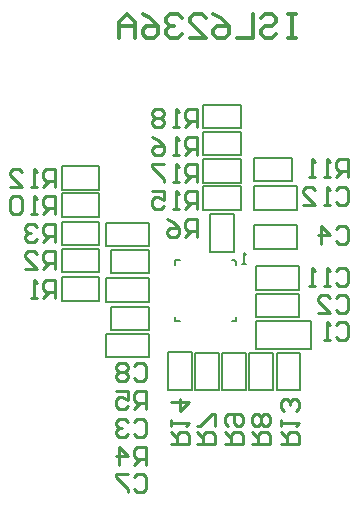
<source format=gbo>
G04*
G04 #@! TF.GenerationSoftware,Altium Limited,Altium Designer,21.9.1 (22)*
G04*
G04 Layer_Color=32896*
%FSLAX44Y44*%
%MOMM*%
G71*
G04*
G04 #@! TF.SameCoordinates,2345FEB6-A16B-4DA5-A685-52EC4FAC100B*
G04*
G04*
G04 #@! TF.FilePolarity,Positive*
G04*
G01*
G75*
%ADD10C,0.2000*%
%ADD11C,0.2540*%
%ADD47C,0.3500*%
D10*
X276000Y223500D02*
Y227500D01*
X272000Y223500D02*
X276000D01*
X224000D02*
X228000D01*
X224000D02*
Y227500D01*
Y271500D02*
Y275500D01*
X228000D01*
X272000D02*
X274000D01*
X276000Y273500D01*
Y271500D02*
Y273500D01*
X238000Y165500D02*
Y197500D01*
X218000Y165500D02*
X238000D01*
X218000D02*
Y197500D01*
X238000D01*
X241000Y165000D02*
Y197000D01*
X261000D01*
Y165000D02*
Y197000D01*
X241000Y165000D02*
X261000D01*
X284000D02*
Y197000D01*
X264000Y165000D02*
X284000D01*
X264000D02*
Y197000D01*
X284000D01*
X287000Y165000D02*
Y197000D01*
X307000D01*
Y165000D02*
Y197000D01*
X287000Y165000D02*
X307000D01*
X330000D02*
Y197000D01*
X310000Y165000D02*
X330000D01*
X310000D02*
Y197000D01*
X330000D01*
X293000Y224000D02*
X339000D01*
Y200000D02*
Y224000D01*
X293000Y200000D02*
Y224000D01*
Y200000D02*
X339000D01*
X329000Y227000D02*
Y247000D01*
X293000D02*
X329000D01*
X293000Y227000D02*
X329000D01*
X293000D02*
Y247000D01*
Y250000D02*
Y270000D01*
Y250000D02*
X329000D01*
X293000Y270000D02*
X329000D01*
Y250000D02*
Y270000D01*
X327000Y285000D02*
Y305000D01*
X291000D02*
X327000D01*
X291000Y285000D02*
X327000D01*
X291000D02*
Y305000D01*
Y318000D02*
Y338000D01*
Y318000D02*
X327000D01*
X291000Y338000D02*
X327000D01*
Y318000D02*
Y338000D01*
X291000Y342000D02*
X323000D01*
X291000D02*
Y362000D01*
X323000D01*
Y342000D02*
Y362000D01*
X254000Y282500D02*
Y314500D01*
X274000D01*
Y282500D02*
Y314500D01*
X254000Y282500D02*
X274000D01*
X248000Y338000D02*
X280000D01*
Y318000D02*
Y338000D01*
X248000Y318000D02*
X280000D01*
X248000D02*
Y338000D01*
Y361000D02*
X280000D01*
Y341000D02*
Y361000D01*
X248000Y341000D02*
X280000D01*
X248000D02*
Y361000D01*
Y384000D02*
X280000D01*
Y364000D02*
Y384000D01*
X248000Y364000D02*
X280000D01*
X248000D02*
Y384000D01*
Y387000D02*
X280000D01*
X248000D02*
Y407000D01*
X280000D01*
Y387000D02*
Y407000D01*
X202000Y193000D02*
Y213000D01*
X166000D02*
X202000D01*
X166000Y193000D02*
X202000D01*
X166000D02*
Y213000D01*
X170000Y216000D02*
Y236000D01*
Y216000D02*
X202000D01*
Y236000D01*
X170000D02*
X202000D01*
X166000Y240000D02*
Y260000D01*
Y240000D02*
X202000D01*
X166000Y260000D02*
X202000D01*
Y240000D02*
Y260000D01*
X170000Y264000D02*
X202000D01*
X170000D02*
Y284000D01*
X202000D01*
Y264000D02*
Y284000D01*
X166000Y287000D02*
Y307000D01*
Y287000D02*
X202000D01*
X166000Y307000D02*
X202000D01*
Y287000D02*
Y307000D01*
X128000Y241000D02*
X160000D01*
X128000D02*
Y261000D01*
X160000D01*
Y241000D02*
Y261000D01*
X128000Y285000D02*
X160000D01*
Y265000D02*
Y285000D01*
X128000Y265000D02*
X160000D01*
X128000D02*
Y285000D01*
Y288000D02*
X160000D01*
X128000D02*
Y308000D01*
X160000D01*
Y288000D02*
Y308000D01*
X128000Y312000D02*
X160000D01*
X128000D02*
Y332000D01*
X160000D01*
Y312000D02*
Y332000D01*
X128000Y335000D02*
X160000D01*
X128000D02*
Y355000D01*
X160000D01*
Y335000D02*
Y355000D01*
X284000Y272000D02*
X281001D01*
X282500D01*
Y280997D01*
X284000Y279498D01*
D11*
X220382Y119956D02*
X235618D01*
Y127574D01*
X233078Y130113D01*
X228000D01*
X225461Y127574D01*
Y119956D01*
Y125035D02*
X220382Y130113D01*
Y135191D02*
Y140270D01*
Y137730D01*
X235618D01*
X233078Y135191D01*
X220382Y155505D02*
X235618D01*
X228000Y147887D01*
Y158044D01*
X242383Y119956D02*
X257617D01*
Y127574D01*
X255078Y130113D01*
X250000D01*
X247461Y127574D01*
Y119956D01*
Y125035D02*
X242383Y130113D01*
X257617Y135191D02*
Y145348D01*
X255078D01*
X244922Y135191D01*
X242383D01*
X266383Y119956D02*
X281618D01*
Y127574D01*
X279078Y130113D01*
X274000D01*
X271461Y127574D01*
Y119956D01*
Y125035D02*
X266383Y130113D01*
X268922Y135191D02*
X266383Y137730D01*
Y142809D01*
X268922Y145348D01*
X279078D01*
X281618Y142809D01*
Y137730D01*
X279078Y135191D01*
X276539D01*
X274000Y137730D01*
Y145348D01*
X289382Y119956D02*
X304618D01*
Y127574D01*
X302078Y130113D01*
X297000D01*
X294461Y127574D01*
Y119956D01*
Y125035D02*
X289382Y130113D01*
X302078Y135191D02*
X304618Y137730D01*
Y142809D01*
X302078Y145348D01*
X299539D01*
X297000Y142809D01*
X294461Y145348D01*
X291922D01*
X289382Y142809D01*
Y137730D01*
X291922Y135191D01*
X294461D01*
X297000Y137730D01*
X299539Y135191D01*
X302078D01*
X297000Y137730D02*
Y142809D01*
X313382Y119956D02*
X328618D01*
Y127574D01*
X326078Y130113D01*
X321000D01*
X318461Y127574D01*
Y119956D01*
Y125035D02*
X313382Y130113D01*
Y135191D02*
Y140270D01*
Y137730D01*
X328618D01*
X326078Y135191D01*
Y147887D02*
X328618Y150426D01*
Y155505D01*
X326078Y158044D01*
X323539D01*
X321000Y155505D01*
Y152965D01*
Y155505D01*
X318461Y158044D01*
X315922D01*
X313382Y155505D01*
Y150426D01*
X315922Y147887D01*
X360343Y220232D02*
X362882Y222771D01*
X367961D01*
X370500Y220232D01*
Y210075D01*
X367961Y207536D01*
X362882D01*
X360343Y210075D01*
X355265Y207536D02*
X350187D01*
X352726D01*
Y222771D01*
X355265Y220232D01*
X360343Y243346D02*
X362882Y245885D01*
X367961D01*
X370500Y243346D01*
Y233189D01*
X367961Y230650D01*
X362882D01*
X360343Y233189D01*
X345108Y230650D02*
X355265D01*
X345108Y240807D01*
Y243346D01*
X347647Y245885D01*
X352726D01*
X355265Y243346D01*
X360343Y266206D02*
X362882Y268745D01*
X367961D01*
X370500Y266206D01*
Y256049D01*
X367961Y253510D01*
X362882D01*
X360343Y256049D01*
X355265Y253510D02*
X350187D01*
X352726D01*
Y268745D01*
X355265Y266206D01*
X342569Y253510D02*
X337491D01*
X340030D01*
Y268745D01*
X342569Y266206D01*
X360343Y301258D02*
X362882Y303797D01*
X367961D01*
X370500Y301258D01*
Y291101D01*
X367961Y288562D01*
X362882D01*
X360343Y291101D01*
X347647Y288562D02*
Y303797D01*
X355265Y296180D01*
X345108D01*
X360343Y334278D02*
X362882Y336817D01*
X367961D01*
X370500Y334278D01*
Y324121D01*
X367961Y321582D01*
X362882D01*
X360343Y324121D01*
X355265Y321582D02*
X350187D01*
X352726D01*
Y336817D01*
X355265Y334278D01*
X332412Y321582D02*
X342569D01*
X332412Y331739D01*
Y334278D01*
X334952Y336817D01*
X340030D01*
X342569Y334278D01*
X370500Y345712D02*
Y360947D01*
X362882D01*
X360343Y358408D01*
Y353330D01*
X362882Y350790D01*
X370500D01*
X365422D02*
X360343Y345712D01*
X355265D02*
X350187D01*
X352726D01*
Y360947D01*
X355265Y358408D01*
X342569Y345712D02*
X337491D01*
X340030D01*
Y360947D01*
X342569Y358408D01*
X242572Y295214D02*
Y310449D01*
X234954D01*
X232415Y307910D01*
Y302831D01*
X234954Y300292D01*
X242572D01*
X237494D02*
X232415Y295214D01*
X217180Y310449D02*
X222259Y307910D01*
X227337Y302831D01*
Y297753D01*
X224798Y295214D01*
X219719D01*
X217180Y297753D01*
Y300292D01*
X219719Y302831D01*
X227337D01*
X242572Y318582D02*
Y333817D01*
X234954D01*
X232415Y331278D01*
Y326199D01*
X234954Y323660D01*
X242572D01*
X237494D02*
X232415Y318582D01*
X227337D02*
X222259D01*
X224798D01*
Y333817D01*
X227337Y331278D01*
X204484Y333817D02*
X214641D01*
Y326199D01*
X209563Y328739D01*
X207024D01*
X204484Y326199D01*
Y321121D01*
X207024Y318582D01*
X212102D01*
X214641Y321121D01*
X242572Y341696D02*
Y356931D01*
X234954D01*
X232415Y354392D01*
Y349314D01*
X234954Y346774D01*
X242572D01*
X237494D02*
X232415Y341696D01*
X227337D02*
X222259D01*
X224798D01*
Y356931D01*
X227337Y354392D01*
X214641Y356931D02*
X204484D01*
Y354392D01*
X214641Y344235D01*
Y341696D01*
X242572Y364556D02*
Y379791D01*
X234954D01*
X232415Y377252D01*
Y372174D01*
X234954Y369634D01*
X242572D01*
X237494D02*
X232415Y364556D01*
X227337D02*
X222259D01*
X224798D01*
Y379791D01*
X227337Y377252D01*
X204484Y379791D02*
X209563Y377252D01*
X214641Y372174D01*
Y367095D01*
X212102Y364556D01*
X207024D01*
X204484Y367095D01*
Y369634D01*
X207024Y372174D01*
X214641D01*
X242572Y387670D02*
Y402905D01*
X234954D01*
X232415Y400366D01*
Y395288D01*
X234954Y392748D01*
X242572D01*
X237494D02*
X232415Y387670D01*
X227337D02*
X222259D01*
X224798D01*
Y402905D01*
X227337Y400366D01*
X214641D02*
X212102Y402905D01*
X207024D01*
X204484Y400366D01*
Y397827D01*
X207024Y395288D01*
X204484Y392748D01*
Y390209D01*
X207024Y387670D01*
X212102D01*
X214641Y390209D01*
Y392748D01*
X212102Y395288D01*
X214641Y397827D01*
Y400366D01*
X212102Y395288D02*
X207024D01*
X189183Y91310D02*
X191723Y93849D01*
X196801D01*
X199340Y91310D01*
Y81153D01*
X196801Y78614D01*
X191723D01*
X189183Y81153D01*
X184105Y93849D02*
X173948D01*
Y91310D01*
X184105Y81153D01*
Y78614D01*
X199340Y102109D02*
Y117344D01*
X191723D01*
X189183Y114805D01*
Y109727D01*
X191723Y107187D01*
X199340D01*
X194262D02*
X189183Y102109D01*
X176487D02*
Y117344D01*
X184105Y109727D01*
X173948D01*
X189183Y138300D02*
X191723Y140839D01*
X196801D01*
X199340Y138300D01*
Y128143D01*
X196801Y125604D01*
X191723D01*
X189183Y128143D01*
X184105Y138300D02*
X181566Y140839D01*
X176487D01*
X173948Y138300D01*
Y135761D01*
X176487Y133222D01*
X179027D01*
X176487D01*
X173948Y130682D01*
Y128143D01*
X176487Y125604D01*
X181566D01*
X184105Y128143D01*
X199340Y149099D02*
Y164334D01*
X191723D01*
X189183Y161795D01*
Y156717D01*
X191723Y154177D01*
X199340D01*
X194262D02*
X189183Y149099D01*
X173948Y164334D02*
X184105D01*
Y156717D01*
X179027Y159256D01*
X176487D01*
X173948Y156717D01*
Y151638D01*
X176487Y149099D01*
X181566D01*
X184105Y151638D01*
X189183Y185290D02*
X191723Y187829D01*
X196801D01*
X199340Y185290D01*
Y175133D01*
X196801Y172594D01*
X191723D01*
X189183Y175133D01*
X184105Y185290D02*
X181566Y187829D01*
X176487D01*
X173948Y185290D01*
Y182751D01*
X176487Y180212D01*
X173948Y177672D01*
Y175133D01*
X176487Y172594D01*
X181566D01*
X184105Y175133D01*
Y177672D01*
X181566Y180212D01*
X184105Y182751D01*
Y185290D01*
X181566Y180212D02*
X176487D01*
X122430Y243620D02*
Y258855D01*
X114812D01*
X112273Y256316D01*
Y251238D01*
X114812Y248698D01*
X122430D01*
X117352D02*
X112273Y243620D01*
X107195D02*
X102117D01*
X104656D01*
Y258855D01*
X107195Y256316D01*
X122430Y267496D02*
Y282731D01*
X114812D01*
X112273Y280192D01*
Y275114D01*
X114812Y272574D01*
X122430D01*
X117352D02*
X112273Y267496D01*
X97038D02*
X107195D01*
X97038Y277653D01*
Y280192D01*
X99577Y282731D01*
X104656D01*
X107195Y280192D01*
X122430Y290610D02*
Y305845D01*
X114812D01*
X112273Y303306D01*
Y298228D01*
X114812Y295688D01*
X122430D01*
X117352D02*
X112273Y290610D01*
X107195Y303306D02*
X104656Y305845D01*
X99577D01*
X97038Y303306D01*
Y300767D01*
X99577Y298228D01*
X102117D01*
X99577D01*
X97038Y295688D01*
Y293149D01*
X99577Y290610D01*
X104656D01*
X107195Y293149D01*
X122430Y314740D02*
Y329975D01*
X114812D01*
X112273Y327436D01*
Y322357D01*
X114812Y319818D01*
X122430D01*
X117352D02*
X112273Y314740D01*
X107195D02*
X102117D01*
X104656D01*
Y329975D01*
X107195Y327436D01*
X94499D02*
X91960Y329975D01*
X86882D01*
X84342Y327436D01*
Y317279D01*
X86882Y314740D01*
X91960D01*
X94499Y317279D01*
Y327436D01*
X122430Y337600D02*
Y352835D01*
X114812D01*
X112273Y350296D01*
Y345218D01*
X114812Y342678D01*
X122430D01*
X117352D02*
X112273Y337600D01*
X107195D02*
X102117D01*
X104656D01*
Y352835D01*
X107195Y350296D01*
X84342Y337600D02*
X94499D01*
X84342Y347757D01*
Y350296D01*
X86882Y352835D01*
X91960D01*
X94499Y350296D01*
D47*
X326500Y483493D02*
X319835D01*
X323168D01*
Y463500D01*
X326500D01*
X319835D01*
X296510Y480161D02*
X299842Y483493D01*
X306507D01*
X309839Y480161D01*
Y476829D01*
X306507Y473497D01*
X299842D01*
X296510Y470164D01*
Y466832D01*
X299842Y463500D01*
X306507D01*
X309839Y466832D01*
X289845Y483493D02*
Y463500D01*
X276516D01*
X256523Y483493D02*
X263187Y480161D01*
X269852Y473497D01*
Y466832D01*
X266519Y463500D01*
X259855D01*
X256523Y466832D01*
Y470164D01*
X259855Y473497D01*
X269852D01*
X236529Y463500D02*
X249858D01*
X236529Y476829D01*
Y480161D01*
X239861Y483493D01*
X246526D01*
X249858Y480161D01*
X229865D02*
X226532Y483493D01*
X219868D01*
X216535Y480161D01*
Y476829D01*
X219868Y473497D01*
X223200D01*
X219868D01*
X216535Y470164D01*
Y466832D01*
X219868Y463500D01*
X226532D01*
X229865Y466832D01*
X196542Y483493D02*
X203207Y480161D01*
X209871Y473497D01*
Y466832D01*
X206539Y463500D01*
X199874D01*
X196542Y466832D01*
Y470164D01*
X199874Y473497D01*
X209871D01*
X189877Y463500D02*
Y476829D01*
X183213Y483493D01*
X176548Y476829D01*
Y463500D01*
Y473497D01*
X189877D01*
M02*

</source>
